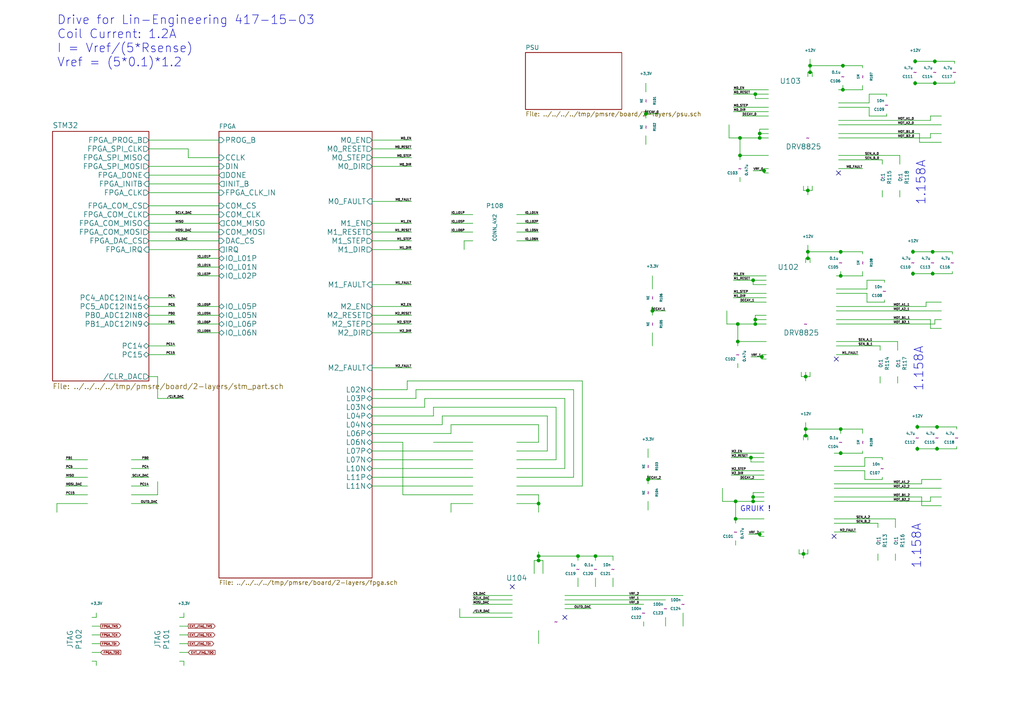
<source format=kicad_sch>
(kicad_sch (version 20230121) (generator eeschema)
  (paper "A4")
  (title_block (date "2 feb 2015"))
  (junction (at 219.075 27.305))
  (junction (at 220.345 154.94))
  (junction (at 156.21 162.56))
  (junction (at 234.315 74.93))
  (junction (at 271.145 17.78))
  (junction (at 189.23 90.17))
  (junction (at 213.995 93.98))
  (junction (at 214.63 45.085))
  (junction (at 244.475 19.05))
  (junction (at 233.045 160.655))
  (junction (at 265.43 17.78))
  (junction (at 234.95 19.05))
  (junction (at 214.63 40.005))
  (junction (at 218.44 145.415))
  (junction (at 219.075 92.71))
  (junction (at 244.475 26.035))
  (junction (at 218.44 81.28))
  (junction (at 243.84 73.025))
  (junction (at 167.64 161.29))
  (junction (at 233.68 124.46))
  (junction (at 234.315 55.245))
  (junction (at 172.72 161.29))
  (junction (at 271.78 123.825))
  (junction (at 271.78 130.175))
  (junction (at 266.065 123.825))
  (junction (at 233.68 126.365))
  (junction (at 221.615 49.53))
  (junction (at 265.43 24.13))
  (junction (at 220.98 103.505))
  (junction (at 156.21 161.29))
  (junction (at 234.95 20.955))
  (junction (at 243.84 80.01))
  (junction (at 213.995 99.06))
  (junction (at 219.075 93.98))
  (junction (at 243.84 124.46))
  (junction (at 218.44 144.145))
  (junction (at 264.795 79.375))
  (junction (at 220.345 40.005))
  (junction (at 156.21 146.05))
  (junction (at 270.51 79.375))
  (junction (at 217.805 132.715))
  (junction (at 213.36 150.495))
  (junction (at 187.96 139.065))
  (junction (at 271.145 24.13))
  (junction (at 220.345 38.735))
  (junction (at 243.84 131.445))
  (junction (at 234.315 73.025))
  (junction (at 233.68 109.22))
  (junction (at 264.795 73.025))
  (junction (at 266.065 130.175))
  (junction (at 187.325 33.02))
  (junction (at 213.36 145.415))
  (junction (at 270.51 73.025))
  (no_connect (at 163.83 179.07))
  (no_connect (at 241.935 155.575))
  (no_connect (at 243.205 50.165))
  (no_connect (at 242.57 104.14))
  (no_connect (at 148.59 170.18))
  (wire (pts (xy 242.57 90.17) (xy 273.05 90.17)))
  (wire (pts (xy 233.68 109.22) (xy 234.95 109.22)))
  (wire (pts (xy 63.5 50.8) (xy 43.18 50.8)))
  (wire (pts (xy 255.905 46.355) (xy 255.905 47.625)))
  (wire (pts (xy 213.995 99.06) (xy 213.995 100.33)))
  (wire (pts (xy 222.885 32.385) (xy 212.725 32.385)))
  (wire (pts (xy 234.95 19.05) (xy 234.95 20.955)))
  (wire (pts (xy 26.67 191.77) (xy 27.94 191.77)))
  (wire (pts (xy 221.615 49.53) (xy 218.44 49.53)))
  (wire (pts (xy 243.84 124.46) (xy 243.84 125.73)))
  (wire (pts (xy 222.25 102.87) (xy 220.98 102.87)))
  (wire (pts (xy 27.94 179.07) (xy 26.67 179.07)))
  (wire (pts (xy 251.46 83.82) (xy 251.46 81.28)))
  (wire (pts (xy 43.18 102.87) (xy 50.8 102.87)))
  (wire (pts (xy 214.63 45.085) (xy 222.885 45.085)))
  (wire (pts (xy 222.885 38.735) (xy 220.345 38.735)))
  (wire (pts (xy 260.35 109.22) (xy 260.35 111.125)))
  (wire (pts (xy 177.8 167.64) (xy 177.8 170.18)))
  (wire (pts (xy 271.145 92.71) (xy 273.05 92.71)))
  (wire (pts (xy 264.795 79.375) (xy 270.51 79.375)))
  (wire (pts (xy 107.95 138.43) (xy 137.16 138.43)))
  (wire (pts (xy 243.205 40.005) (xy 269.875 40.005)))
  (wire (pts (xy 270.51 79.375) (xy 270.51 78.74)))
  (wire (pts (xy 158.75 130.81) (xy 149.86 130.81)))
  (wire (pts (xy 243.84 73.025) (xy 250.19 73.025)))
  (wire (pts (xy 243.205 38.735) (xy 266.7 38.735)))
  (wire (pts (xy 234.95 17.145) (xy 234.95 19.05)))
  (wire (pts (xy 221.615 50.165) (xy 222.885 50.165)))
  (wire (pts (xy 222.885 27.305) (xy 219.075 27.305)))
  (wire (pts (xy 269.875 145.415) (xy 269.875 144.145)))
  (wire (pts (xy 107.95 133.35) (xy 137.16 133.35)))
  (wire (pts (xy 198.12 177.8) (xy 198.12 181.61)))
  (wire (pts (xy 107.95 48.26) (xy 119.38 48.26)))
  (wire (pts (xy 43.18 48.26) (xy 63.5 48.26)))
  (wire (pts (xy 243.205 46.355) (xy 255.905 46.355)))
  (wire (pts (xy 234.315 160.655) (xy 234.315 159.385)))
  (wire (pts (xy 217.805 133.985) (xy 221.615 133.985)))
  (wire (pts (xy 119.38 69.85) (xy 107.95 69.85)))
  (wire (pts (xy 260.35 99.06) (xy 260.35 101.6)))
  (wire (pts (xy 234.95 20.955) (xy 234.315 20.955)))
  (wire (pts (xy 163.83 173.99) (xy 193.04 173.99)))
  (wire (pts (xy 26.67 189.23) (xy 29.21 189.23)))
  (wire (pts (xy 45.72 109.22) (xy 45.72 115.57)))
  (wire (pts (xy 252.095 33.655) (xy 257.175 33.655)))
  (wire (pts (xy 250.19 80.01) (xy 250.19 78.74)))
  (wire (pts (xy 163.83 115.57) (xy 163.83 135.89)))
  (wire (pts (xy 158.75 120.65) (xy 158.75 130.81)))
  (wire (pts (xy 242.57 85.09) (xy 251.46 85.09)))
  (wire (pts (xy 210.82 93.98) (xy 213.995 93.98)))
  (wire (pts (xy 133.35 176.53) (xy 133.35 179.07)))
  (wire (pts (xy 167.64 161.29) (xy 172.72 161.29)))
  (wire (pts (xy 149.86 64.77) (xy 156.21 64.77)))
  (wire (pts (xy 222.25 81.28) (xy 218.44 81.28)))
  (wire (pts (xy 107.95 140.97) (xy 137.16 140.97)))
  (wire (pts (xy 212.09 131.445) (xy 221.615 131.445)))
  (wire (pts (xy 53.34 179.07) (xy 53.34 177.8)))
  (wire (pts (xy 63.5 93.98) (xy 57.15 93.98)))
  (wire (pts (xy 154.94 162.56) (xy 154.94 166.37)))
  (wire (pts (xy 123.19 115.57) (xy 163.83 115.57)))
  (wire (pts (xy 52.07 179.07) (xy 53.34 179.07)))
  (wire (pts (xy 234.315 71.12) (xy 234.315 73.025)))
  (wire (pts (xy 156.21 161.29) (xy 156.21 162.56)))
  (wire (pts (xy 243.84 80.01) (xy 250.19 80.01)))
  (wire (pts (xy 243.205 45.085) (xy 260.985 45.085)))
  (wire (pts (xy 218.44 81.28) (xy 212.725 81.28)))
  (wire (pts (xy 148.59 172.72) (xy 137.16 172.72)))
  (wire (pts (xy 269.875 40.005) (xy 269.875 38.735)))
  (wire (pts (xy 38.1 135.89) (xy 43.18 135.89)))
  (wire (pts (xy 54.61 189.23) (xy 52.07 189.23)))
  (wire (pts (xy 234.315 20.955) (xy 234.315 22.225)))
  (wire (pts (xy 116.84 128.27) (xy 116.84 143.51)))
  (wire (pts (xy 256.54 81.28) (xy 256.54 81.915)))
  (wire (pts (xy 276.86 17.78) (xy 276.86 18.415)))
  (wire (pts (xy 232.41 107.95) (xy 232.41 109.22)))
  (wire (pts (xy 255.905 132.715) (xy 255.905 133.35)))
  (wire (pts (xy 161.29 118.11) (xy 161.29 133.35)))
  (wire (pts (xy 38.1 133.35) (xy 43.18 133.35)))
  (wire (pts (xy 187.96 137.795) (xy 187.96 139.065)))
  (wire (pts (xy 193.04 179.07) (xy 193.04 181.61)))
  (wire (pts (xy 213.36 145.415) (xy 218.44 145.415)))
  (wire (pts (xy 269.875 33.655) (xy 273.05 33.655)))
  (wire (pts (xy 222.885 48.895) (xy 221.615 48.895)))
  (wire (pts (xy 168.91 110.49) (xy 168.91 140.97)))
  (wire (pts (xy 255.905 139.065) (xy 255.905 138.43)))
  (wire (pts (xy 156.21 143.51) (xy 156.21 146.05)))
  (wire (pts (xy 252.095 27.305) (xy 257.175 27.305)))
  (wire (pts (xy 154.94 162.56) (xy 156.21 162.56)))
  (wire (pts (xy 156.21 146.05) (xy 156.21 148.59)))
  (wire (pts (xy 118.11 110.49) (xy 168.91 110.49)))
  (wire (pts (xy 234.315 74.93) (xy 233.68 74.93)))
  (wire (pts (xy 38.1 138.43) (xy 43.18 138.43)))
  (wire (pts (xy 265.43 23.495) (xy 265.43 24.13)))
  (wire (pts (xy 43.18 40.64) (xy 63.5 40.64)))
  (wire (pts (xy 241.935 151.765) (xy 254.635 151.765)))
  (wire (pts (xy 218.44 145.415) (xy 221.615 145.415)))
  (wire (pts (xy 186.69 180.34) (xy 186.69 181.61)))
  (wire (pts (xy 107.95 58.42) (xy 119.38 58.42)))
  (wire (pts (xy 187.325 24.13) (xy 187.325 26.67)))
  (wire (pts (xy 107.95 125.73) (xy 130.81 125.73)))
  (wire (pts (xy 268.605 88.9) (xy 268.605 87.63)))
  (wire (pts (xy 221.615 137.795) (xy 212.09 137.795)))
  (wire (pts (xy 234.315 53.975) (xy 234.315 55.245)))
  (wire (pts (xy 214.63 45.085) (xy 214.63 46.355)))
  (wire (pts (xy 218.44 82.55) (xy 222.25 82.55)))
  (wire (pts (xy 242.57 100.33) (xy 255.27 100.33)))
  (wire (pts (xy 218.44 81.28) (xy 218.44 82.55)))
  (wire (pts (xy 241.935 140.335) (xy 267.335 140.335)))
  (wire (pts (xy 214.63 51.435) (xy 214.63 52.705)))
  (wire (pts (xy 266.065 130.175) (xy 271.78 130.175)))
  (wire (pts (xy 222.885 31.115) (xy 212.725 31.115)))
  (wire (pts (xy 256.54 87.63) (xy 256.54 86.995)))
  (wire (pts (xy 25.4 140.97) (xy 19.05 140.97)))
  (wire (pts (xy 270.51 79.375) (xy 276.225 79.375)))
  (wire (pts (xy 252.095 29.845) (xy 252.095 27.305)))
  (wire (pts (xy 264.795 79.375) (xy 264.795 80.01)))
  (wire (pts (xy 233.045 159.385) (xy 233.045 160.655)))
  (wire (pts (xy 189.23 80.01) (xy 189.23 83.82)))
  (wire (pts (xy 119.38 96.52) (xy 107.95 96.52)))
  (wire (pts (xy 244.475 19.685) (xy 244.475 19.05)))
  (wire (pts (xy 63.5 77.47) (xy 57.15 77.47)))
  (wire (pts (xy 137.16 67.31) (xy 130.81 67.31)))
  (wire (pts (xy 213.995 105.41) (xy 213.995 106.68)))
  (wire (pts (xy 130.81 125.73) (xy 130.81 123.19)))
  (wire (pts (xy 214.63 40.005) (xy 214.63 45.085)))
  (wire (pts (xy 233.045 160.655) (xy 233.045 161.925)))
  (wire (pts (xy 54.61 181.61) (xy 52.07 181.61)))
  (wire (pts (xy 137.16 69.85) (xy 134.62 69.85)))
  (wire (pts (xy 219.075 28.575) (xy 222.885 28.575)))
  (wire (pts (xy 269.875 92.71) (xy 269.875 95.25)))
  (wire (pts (xy 241.935 154.305) (xy 248.285 154.305)))
  (wire (pts (xy 53.34 191.77) (xy 52.07 191.77)))
  (wire (pts (xy 107.95 123.19) (xy 128.27 123.19)))
  (wire (pts (xy 221.615 49.53) (xy 221.615 50.165)))
  (wire (pts (xy 45.72 139.7) (xy 45.72 143.51)))
  (wire (pts (xy 156.21 160.02) (xy 156.21 161.29)))
  (wire (pts (xy 38.1 140.97) (xy 43.18 140.97)))
  (wire (pts (xy 231.775 159.385) (xy 231.775 160.655)))
  (wire (pts (xy 267.335 146.685) (xy 273.05 146.685)))
  (wire (pts (xy 233.045 160.655) (xy 234.315 160.655)))
  (wire (pts (xy 157.48 162.56) (xy 157.48 166.37)))
  (wire (pts (xy 266.065 123.19) (xy 266.065 123.825)))
  (wire (pts (xy 128.27 123.19) (xy 128.27 120.65)))
  (wire (pts (xy 119.38 91.44) (xy 107.95 91.44)))
  (wire (pts (xy 220.98 103.505) (xy 217.805 103.505)))
  (wire (pts (xy 252.095 31.115) (xy 252.095 33.655)))
  (wire (pts (xy 267.335 144.145) (xy 267.335 146.685)))
  (wire (pts (xy 242.57 93.98) (xy 271.145 93.98)))
  (wire (pts (xy 63.5 80.01) (xy 57.15 80.01)))
  (wire (pts (xy 43.18 55.88) (xy 63.5 55.88)))
  (wire (pts (xy 220.345 154.94) (xy 220.345 155.575)))
  (wire (pts (xy 266.7 41.275) (xy 266.7 38.735)))
  (wire (pts (xy 54.61 186.69) (xy 52.07 186.69)))
  (wire (pts (xy 271.145 93.98) (xy 271.145 92.71)))
  (wire (pts (xy 220.98 103.505) (xy 220.98 104.14)))
  (wire (pts (xy 213.995 93.98) (xy 219.075 93.98)))
  (wire (pts (xy 217.805 132.715) (xy 217.805 133.985)))
  (wire (pts (xy 242.57 88.9) (xy 268.605 88.9)))
  (wire (pts (xy 250.19 19.05) (xy 250.19 19.685)))
  (wire (pts (xy 163.83 176.53) (xy 171.45 176.53)))
  (wire (pts (xy 163.83 135.89) (xy 149.86 135.89)))
  (wire (pts (xy 220.345 40.005) (xy 222.885 40.005)))
  (wire (pts (xy 251.46 87.63) (xy 256.54 87.63)))
  (wire (pts (xy 220.98 104.14) (xy 222.25 104.14)))
  (wire (pts (xy 219.075 93.98) (xy 222.25 93.98)))
  (wire (pts (xy 130.81 123.19) (xy 156.21 123.19)))
  (wire (pts (xy 53.34 193.04) (xy 53.34 191.77)))
  (wire (pts (xy 243.84 131.445) (xy 250.19 131.445)))
  (wire (pts (xy 270.51 73.025) (xy 270.51 73.66)))
  (wire (pts (xy 43.18 109.22) (xy 45.72 109.22)))
  (wire (pts (xy 38.1 146.05) (xy 45.72 146.05)))
  (wire (pts (xy 271.145 17.78) (xy 271.145 18.415)))
  (wire (pts (xy 119.38 82.55) (xy 107.95 82.55)))
  (wire (pts (xy 250.19 131.445) (xy 250.19 130.81)))
  (wire (pts (xy 241.935 135.255) (xy 250.825 135.255)))
  (wire (pts (xy 243.84 131.445) (xy 243.84 130.81)))
  (wire (pts (xy 130.81 146.05) (xy 137.16 146.05)))
  (wire (pts (xy 244.475 26.035) (xy 250.19 26.035)))
  (wire (pts (xy 107.95 45.72) (xy 119.38 45.72)))
  (wire (pts (xy 264.795 72.39) (xy 264.795 73.025)))
  (wire (pts (xy 242.57 102.87) (xy 248.92 102.87)))
  (wire (pts (xy 45.72 143.51) (xy 38.1 143.51)))
  (wire (pts (xy 271.145 24.13) (xy 276.86 24.13)))
  (wire (pts (xy 213.995 93.98) (xy 213.995 99.06)))
  (wire (pts (xy 166.37 113.03) (xy 166.37 138.43)))
  (wire (pts (xy 137.16 62.23) (xy 130.81 62.23)))
  (wire (pts (xy 222.885 37.465) (xy 220.345 37.465)))
  (wire (pts (xy 177.8 161.29) (xy 177.8 162.56)))
  (wire (pts (xy 137.16 64.77) (xy 130.81 64.77)))
  (wire (pts (xy 43.18 69.85) (xy 63.5 69.85)))
  (wire (pts (xy 211.455 36.195) (xy 211.455 40.005)))
  (wire (pts (xy 266.065 123.825) (xy 266.065 124.46)))
  (wire (pts (xy 16.51 146.05) (xy 16.51 148.59)))
  (wire (pts (xy 220.345 154.305) (xy 220.345 154.94)))
  (wire (pts (xy 243.205 26.035) (xy 244.475 26.035)))
  (wire (pts (xy 276.225 79.375) (xy 276.225 78.74)))
  (wire (pts (xy 214.63 40.005) (xy 220.345 40.005)))
  (wire (pts (xy 172.72 161.29) (xy 172.72 162.56)))
  (wire (pts (xy 241.935 145.415) (xy 269.875 145.415)))
  (wire (pts (xy 43.18 93.98) (xy 50.8 93.98)))
  (wire (pts (xy 128.27 120.65) (xy 158.75 120.65)))
  (wire (pts (xy 123.19 118.11) (xy 123.19 115.57)))
  (wire (pts (xy 259.715 150.495) (xy 259.715 153.035)))
  (wire (pts (xy 118.11 113.03) (xy 118.11 110.49)))
  (wire (pts (xy 266.065 129.54) (xy 266.065 130.175)))
  (wire (pts (xy 265.43 17.145) (xy 265.43 17.78)))
  (wire (pts (xy 269.875 144.145) (xy 273.05 144.145)))
  (wire (pts (xy 149.86 143.51) (xy 156.21 143.51)))
  (wire (pts (xy 264.795 78.74) (xy 264.795 79.375)))
  (wire (pts (xy 271.145 24.13) (xy 271.145 23.495)))
  (wire (pts (xy 219.075 27.305) (xy 219.075 28.575)))
  (wire (pts (xy 250.825 136.525) (xy 250.825 139.065)))
  (wire (pts (xy 148.59 173.99) (xy 137.16 173.99)))
  (wire (pts (xy 234.315 55.245) (xy 234.315 56.515)))
  (wire (pts (xy 271.78 130.175) (xy 277.495 130.175)))
  (wire (pts (xy 233.045 126.365) (xy 233.045 127.635)))
  (wire (pts (xy 219.075 92.71) (xy 219.075 93.98)))
  (wire (pts (xy 213.995 99.06) (xy 222.25 99.06)))
  (wire (pts (xy 26.67 184.15) (xy 29.21 184.15)))
  (wire (pts (xy 172.72 167.64) (xy 172.72 170.18)))
  (wire (pts (xy 26.67 186.69) (xy 29.21 186.69)))
  (wire (pts (xy 269.875 95.25) (xy 273.05 95.25)))
  (wire (pts (xy 276.225 73.025) (xy 276.225 73.66)))
  (wire (pts (xy 255.905 55.245) (xy 255.905 57.15)))
  (wire (pts (xy 119.38 64.77) (xy 107.95 64.77)))
  (wire (pts (xy 241.935 136.525) (xy 250.825 136.525)))
  (wire (pts (xy 242.57 80.01) (xy 243.84 80.01)))
  (wire (pts (xy 222.25 86.36) (xy 212.725 86.36)))
  (wire (pts (xy 189.23 90.17) (xy 193.04 90.17)))
  (wire (pts (xy 43.18 59.69) (xy 63.5 59.69)))
  (wire (pts (xy 25.4 146.05) (xy 16.51 146.05)))
  (wire (pts (xy 107.95 120.65) (xy 125.73 120.65)))
  (wire (pts (xy 243.205 36.195) (xy 273.05 36.195)))
  (wire (pts (xy 243.205 34.925) (xy 269.875 34.925)))
  (wire (pts (xy 243.84 78.74) (xy 243.84 80.01)))
  (wire (pts (xy 243.84 73.66) (xy 243.84 73.025)))
  (wire (pts (xy 119.38 67.31) (xy 107.95 67.31)))
  (wire (pts (xy 233.045 55.245) (xy 234.315 55.245)))
  (wire (pts (xy 233.68 107.95) (xy 233.68 109.22)))
  (wire (pts (xy 125.73 120.65) (xy 125.73 118.11)))
  (wire (pts (xy 43.18 86.36) (xy 50.8 86.36)))
  (wire (pts (xy 265.43 24.13) (xy 271.145 24.13)))
  (wire (pts (xy 276.86 24.13) (xy 276.86 23.495)))
  (wire (pts (xy 250.19 26.035) (xy 250.19 24.765)))
  (wire (pts (xy 222.25 92.71) (xy 219.075 92.71)))
  (wire (pts (xy 222.885 26.035) (xy 212.725 26.035)))
  (wire (pts (xy 63.5 72.39) (xy 43.18 72.39)))
  (wire (pts (xy 149.86 146.05) (xy 156.21 146.05)))
  (wire (pts (xy 260.985 45.085) (xy 260.985 47.625)))
  (wire (pts (xy 43.18 64.77) (xy 63.5 64.77)))
  (wire (pts (xy 107.95 135.89) (xy 137.16 135.89)))
  (wire (pts (xy 234.315 73.025) (xy 243.84 73.025)))
  (wire (pts (xy 250.19 73.025) (xy 250.19 73.66)))
  (wire (pts (xy 265.43 17.78) (xy 271.145 17.78)))
  (wire (pts (xy 26.67 181.61) (xy 29.21 181.61)))
  (wire (pts (xy 148.59 175.26) (xy 137.16 175.26)))
  (wire (pts (xy 43.18 91.44) (xy 50.8 91.44)))
  (wire (pts (xy 211.455 40.005) (xy 214.63 40.005)))
  (wire (pts (xy 273.05 41.275) (xy 266.7 41.275)))
  (wire (pts (xy 271.78 130.175) (xy 271.78 129.54)))
  (wire (pts (xy 233.68 124.46) (xy 233.68 126.365)))
  (wire (pts (xy 234.95 74.93) (xy 234.95 76.2)))
  (wire (pts (xy 265.43 24.13) (xy 265.43 24.765)))
  (wire (pts (xy 242.57 83.82) (xy 251.46 83.82)))
  (wire (pts (xy 233.68 109.22) (xy 233.68 110.49)))
  (wire (pts (xy 271.78 123.825) (xy 271.78 124.46)))
  (wire (pts (xy 220.345 154.94) (xy 217.17 154.94)))
  (wire (pts (xy 187.325 33.02) (xy 187.325 34.29)))
  (wire (pts (xy 134.62 69.85) (xy 134.62 72.39)))
  (wire (pts (xy 45.72 115.57) (xy 53.34 115.57)))
  (wire (pts (xy 271.78 123.825) (xy 277.495 123.825)))
  (wire (pts (xy 220.98 102.87) (xy 220.98 103.505)))
  (wire (pts (xy 250.825 135.255) (xy 250.825 132.715)))
  (wire (pts (xy 222.25 87.63) (xy 214.63 87.63)))
  (wire (pts (xy 189.23 90.17) (xy 189.23 91.44)))
  (wire (pts (xy 120.65 113.03) (xy 166.37 113.03)))
  (wire (pts (xy 218.44 142.875) (xy 218.44 144.145)))
  (wire (pts (xy 54.61 45.72) (xy 63.5 45.72)))
  (wire (pts (xy 130.81 146.05) (xy 130.81 148.59)))
  (wire (pts (xy 234.315 55.245) (xy 235.585 55.245)))
  (wire (pts (xy 167.64 162.56) (xy 167.64 161.29)))
  (wire (pts (xy 235.585 20.955) (xy 235.585 22.225)))
  (wire (pts (xy 187.96 139.065) (xy 187.96 140.335)))
  (wire (pts (xy 233.68 124.46) (xy 243.84 124.46)))
  (wire (pts (xy 213.36 156.845) (xy 213.36 158.115)))
  (wire (pts (xy 107.95 118.11) (xy 123.19 118.11)))
  (wire (pts (xy 149.86 69.85) (xy 156.21 69.85)))
  (wire (pts (xy 269.875 34.925) (xy 269.875 33.655)))
  (wire (pts (xy 168.91 140.97) (xy 149.86 140.97)))
  (wire (pts (xy 254.635 160.655) (xy 254.635 162.56)))
  (wire (pts (xy 235.585 55.245) (xy 235.585 53.975)))
  (wire (pts (xy 235.585 20.955) (xy 234.95 20.955)))
  (wire (pts (xy 243.84 124.46) (xy 250.19 124.46)))
  (wire (pts (xy 234.315 126.365) (xy 234.315 127.635)))
  (wire (pts (xy 242.57 92.71) (xy 269.875 92.71)))
  (wire (pts (xy 43.18 62.23) (xy 63.5 62.23)))
  (wire (pts (xy 266.065 123.825) (xy 271.78 123.825)))
  (wire (pts (xy 210.82 90.17) (xy 210.82 93.98)))
  (wire (pts (xy 25.4 143.51) (xy 19.05 143.51)))
  (wire (pts (xy 107.95 113.03) (xy 118.11 113.03)))
  (wire (pts (xy 232.41 109.22) (xy 233.68 109.22)))
  (wire (pts (xy 212.725 80.01) (xy 222.25 80.01)))
  (wire (pts (xy 119.38 106.68) (xy 107.95 106.68)))
  (wire (pts (xy 217.805 132.715) (xy 212.09 132.715)))
  (wire (pts (xy 234.95 74.93) (xy 234.315 74.93)))
  (wire (pts (xy 25.4 135.89) (xy 19.05 135.89)))
  (wire (pts (xy 234.315 73.025) (xy 234.315 74.93)))
  (wire (pts (xy 119.38 88.9) (xy 107.95 88.9)))
  (wire (pts (xy 125.73 128.27) (xy 137.16 128.27)))
  (wire (pts (xy 54.61 43.18) (xy 54.61 45.72)))
  (wire (pts (xy 234.95 19.05) (xy 244.475 19.05)))
  (wire (pts (xy 243.205 31.115) (xy 252.095 31.115)))
  (wire (pts (xy 233.045 53.975) (xy 233.045 55.245)))
  (wire (pts (xy 250.825 132.715) (xy 255.905 132.715)))
  (wire (pts (xy 257.175 27.305) (xy 257.175 27.94)))
  (wire (pts (xy 156.21 162.56) (xy 157.48 162.56)))
  (wire (pts (xy 125.73 118.11) (xy 161.29 118.11)))
  (wire (pts (xy 241.935 131.445) (xy 243.84 131.445)))
  (wire (pts (xy 221.615 136.525) (xy 212.09 136.525)))
  (wire (pts (xy 149.86 67.31) (xy 156.21 67.31)))
  (wire (pts (xy 163.83 175.26) (xy 186.69 175.26)))
  (wire (pts (xy 209.55 145.415) (xy 213.36 145.415)))
  (wire (pts (xy 107.95 115.57) (xy 120.65 115.57)))
  (wire (pts (xy 189.23 88.9) (xy 189.23 90.17)))
  (wire (pts (xy 255.27 109.22) (xy 255.27 111.125)))
  (wire (pts (xy 251.46 81.28) (xy 256.54 81.28)))
  (wire (pts (xy 264.795 73.025) (xy 270.51 73.025)))
  (wire (pts (xy 267.335 140.335) (xy 267.335 139.065)))
  (wire (pts (xy 148.59 177.8) (xy 137.16 177.8)))
  (wire (pts (xy 161.29 133.35) (xy 149.86 133.35)))
  (wire (pts (xy 187.325 39.37) (xy 187.325 41.91)))
  (wire (pts (xy 257.175 33.655) (xy 257.175 33.02)))
  (wire (pts (xy 209.55 141.605) (xy 209.55 145.415)))
  (wire (pts (xy 156.21 123.19) (xy 156.21 128.27)))
  (wire (pts (xy 166.37 138.43) (xy 149.86 138.43)))
  (wire (pts (xy 231.775 160.655) (xy 233.045 160.655)))
  (wire (pts (xy 221.615 142.875) (xy 218.44 142.875)))
  (wire (pts (xy 222.885 33.655) (xy 215.265 33.655)))
  (wire (pts (xy 234.95 109.22) (xy 234.95 107.95)))
  (wire (pts (xy 213.36 150.495) (xy 221.615 150.495)))
  (wire (pts (xy 218.44 144.145) (xy 218.44 145.415)))
  (wire (pts (xy 107.95 43.18) (xy 119.38 43.18)))
  (wire (pts (xy 219.075 27.305) (xy 212.725 27.305)))
  (wire (pts (xy 251.46 85.09) (xy 251.46 87.63)))
  (wire (pts (xy 233.68 74.93) (xy 233.68 76.2)))
  (wire (pts (xy 63.5 91.44) (xy 57.15 91.44)))
  (wire (pts (xy 187.325 31.75) (xy 187.325 33.02)))
  (wire (pts (xy 277.495 123.825) (xy 277.495 124.46)))
  (wire (pts (xy 254.635 151.765) (xy 254.635 153.035)))
  (wire (pts (xy 241.935 141.605) (xy 273.05 141.605)))
  (wire (pts (xy 63.5 53.34) (xy 43.18 53.34)))
  (wire (pts (xy 220.345 155.575) (xy 221.615 155.575)))
  (wire (pts (xy 267.335 139.065) (xy 273.05 139.065)))
  (wire (pts (xy 233.68 126.365) (xy 233.045 126.365)))
  (wire (pts (xy 270.51 73.025) (xy 276.225 73.025)))
  (wire (pts (xy 27.94 191.77) (xy 27.94 193.04)))
  (wire (pts (xy 63.5 74.93) (xy 57.15 74.93)))
  (wire (pts (xy 242.57 99.06) (xy 260.35 99.06)))
  (wire (pts (xy 250.19 124.46) (xy 250.19 125.73)))
  (wire (pts (xy 213.36 145.415) (xy 213.36 150.495)))
  (wire (pts (xy 250.825 139.065) (xy 255.905 139.065)))
  (wire (pts (xy 241.935 144.145) (xy 267.335 144.145)))
  (wire (pts (xy 63.5 96.52) (xy 57.15 96.52)))
  (wire (pts (xy 234.315 126.365) (xy 233.68 126.365)))
  (wire (pts (xy 221.615 154.305) (xy 220.345 154.305)))
  (wire (pts (xy 265.43 17.78) (xy 265.43 18.415)))
  (wire (pts (xy 119.38 93.98) (xy 107.95 93.98)))
  (wire (pts (xy 269.875 38.735) (xy 273.05 38.735)))
  (wire (pts (xy 187.96 139.065) (xy 191.77 139.065)))
  (wire (pts (xy 63.5 88.9) (xy 57.15 88.9)))
  (wire (pts (xy 133.35 179.07) (xy 148.59 179.07)))
  (wire (pts (xy 172.72 161.29) (xy 177.8 161.29)))
  (wire (pts (xy 107.95 128.27) (xy 116.84 128.27)))
  (wire (pts (xy 222.25 85.09) (xy 212.725 85.09)))
  (wire (pts (xy 25.4 133.35) (xy 19.05 133.35)))
  (wire (pts (xy 54.61 184.15) (xy 52.07 184.15)))
  (wire (pts (xy 260.985 55.245) (xy 260.985 57.15)))
  (wire (pts (xy 255.27 100.33) (xy 255.27 101.6)))
  (wire (pts (xy 268.605 87.63) (xy 273.05 87.63)))
  (wire (pts (xy 187.96 130.175) (xy 187.96 132.715)))
  (wire (pts (xy 119.38 72.39) (xy 107.95 72.39)))
  (wire (pts (xy 43.18 100.33) (xy 50.8 100.33)))
  (wire (pts (xy 156.21 128.27) (xy 149.86 128.27)))
  (wire (pts (xy 149.86 62.23) (xy 156.21 62.23)))
  (wire (pts (xy 107.95 40.64) (xy 119.38 40.64)))
  (wire (pts (xy 259.715 160.655) (xy 259.715 162.56)))
  (wire (pts (xy 233.68 122.555) (xy 233.68 124.46)))
  (wire (pts (xy 43.18 43.18) (xy 54.61 43.18)))
  (wire (pts (xy 243.205 48.895) (xy 250.19 48.895)))
  (wire (pts (xy 187.96 145.415) (xy 187.96 147.955)))
  (wire (pts (xy 271.145 17.78) (xy 276.86 17.78)))
  (wire (pts (xy 221.615 139.065) (xy 214.63 139.065)))
  (wire (pts (xy 221.615 144.145) (xy 218.44 144.145)))
  (wire (pts (xy 241.935 150.495) (xy 259.715 150.495)))
  (wire (pts (xy 221.615 48.895) (xy 221.615 49.53)))
  (wire (pts (xy 219.075 91.44) (xy 219.075 92.71)))
  (wire (pts (xy 221.615 132.715) (xy 217.805 132.715)))
  (wire (pts (xy 156.21 161.29) (xy 167.64 161.29)))
  (wire (pts (xy 43.18 88.9) (xy 50.8 88.9)))
  (wire (pts (xy 277.495 130.175) (xy 277.495 129.54)))
  (wire (pts (xy 120.65 115.57) (xy 120.65 113.03)))
  (wire (pts (xy 244.475 19.05) (xy 250.19 19.05)))
  (wire (pts (xy 189.23 96.52) (xy 189.23 100.33)))
  (wire (pts (xy 266.065 130.175) (xy 266.065 130.81)))
  (wire (pts (xy 167.64 167.64) (xy 167.64 170.18)))
  (wire (pts (xy 107.95 130.81) (xy 137.16 130.81)))
  (wire (pts (xy 163.83 172.72) (xy 198.12 172.72)))
  (wire (pts (xy 156.21 182.88) (xy 156.21 186.69)))
  (wire (pts (xy 116.84 143.51) (xy 137.16 143.51)))
  (wire (pts (xy 220.345 37.465) (xy 220.345 38.735)))
  (wire (pts (xy 43.18 67.31) (xy 63.5 67.31)))
  (wire (pts (xy 220.345 38.735) (xy 220.345 40.005)))
  (wire (pts (xy 213.36 150.495) (xy 213.36 151.765)))
  (wire (pts (xy 244.475 24.765) (xy 244.475 26.035)))
  (wire (pts (xy 243.205 29.845) (xy 252.095 29.845)))
  (wire (pts (xy 25.4 138.43) (xy 19.05 138.43)))
  (wire (pts (xy 222.25 91.44) (xy 219.075 91.44)))
  (wire (pts (xy 264.795 73.025) (xy 264.795 73.66)))
  (wire (pts (xy 187.325 33.02) (xy 191.135 33.02)))
  (wire (pts (xy 27.94 177.8) (xy 27.94 179.07)))
  (text "1.158A" (at 267.97 113.665 90) (effects (font (size 2.54 2.54)) (justify left bottom)))
  (text "GRUIK !" (at 214.63 148.59 0) (effects (font (size 1.524 1.524)) (justify left bottom)))
  (text "1.158A" (at 267.335 165.1 90) (effects (font (size 2.54 2.54)) (justify left bottom)))
  (text "1.158A" (at 268.605 59.69 90) (effects (font (size 2.54 2.54)) (justify left bottom)))
  (text "Drive for Lin-Engineering 417-15-03\nCoil Current: 1.2A\nI = Vref/(5*Rsense)\nVref = (5*0.1)*1.2" (at 16.51 19.685 0) (effects (font (size 2.54 2.54)) (justify left bottom)))
  (label "SEN_B_0" (at 250.825 46.355 0) (effects (font (size 0.635 0.635))))
  (label "MOSI_DAC" (at 50.8 67.31 0) (effects (font (size 0.635 0.635))))
  (label "SEN_A_2" (at 248.285 150.495 0) (effects (font (size 0.635 0.635))))
  (label "IO_L05P" (at 130.81 64.77 0) (effects (font (size 0.635 0.635))))
  (label "M0_RESET" (at 212.725 27.305 0) (effects (font (size 0.635 0.635))))
  (label "MOT_B2_0" (at 260.35 40.005 0) (effects (font (size 0.635 0.635))))
  (label "PC4" (at 43.18 135.89 180) (effects (font (size 0.635 0.635))))
  (label "MOT_A1_0" (at 260.35 34.925 0) (effects (font (size 0.635 0.635))))
  (label "IO_L06N" (at 57.15 96.52 0) (effects (font (size 0.635 0.635))))
  (label "M0_DIR" (at 212.725 32.385 0) (effects (font (size 0.635 0.635))))
  (label "PC15" (at 19.05 143.51 0) (effects (font (size 0.635 0.635))))
  (label "M1_DIR" (at 212.725 86.36 0) (effects (font (size 0.635 0.635))))
  (label "M1_STEP" (at 119.38 69.85 180) (effects (font (size 0.635 0.635))))
  (label "M2_STEP" (at 119.38 93.98 180) (effects (font (size 0.635 0.635))))
  (label "IO_L01P" (at 57.15 74.93 0) (effects (font (size 0.635 0.635))))
  (label "IO_L02P" (at 156.21 64.77 180) (effects (font (size 0.635 0.635))))
  (label "M2_FAULT" (at 119.38 106.68 180) (effects (font (size 0.635 0.635))))
  (label "PC15" (at 50.8 102.87 180) (effects (font (size 0.635 0.635))))
  (label "IO_L02P" (at 57.15 80.01 0) (effects (font (size 0.635 0.635))))
  (label "M0_EN" (at 119.38 40.64 180) (effects (font (size 0.635 0.635))))
  (label "SCLK_DAC" (at 50.8 62.23 0) (effects (font (size 0.635 0.635))))
  (label "PC14" (at 50.8 100.33 180) (effects (font (size 0.635 0.635))))
  (label "M0_STEP" (at 119.38 45.72 180) (effects (font (size 0.635 0.635))))
  (label "DECAY_2" (at 191.77 139.065 180) (effects (font (size 0.635 0.635))))
  (label "MOT_B1_0" (at 260.35 38.735 0) (effects (font (size 0.635 0.635))))
  (label "IO_L01N" (at 57.15 77.47 0) (effects (font (size 0.635 0.635))))
  (label "DECAY_2" (at 214.63 139.065 0) (effects (font (size 0.635 0.635))))
  (label "PB0" (at 50.8 91.44 180) (effects (font (size 0.635 0.635))))
  (label "PC5" (at 19.05 135.89 0) (effects (font (size 0.635 0.635))))
  (label "MISO" (at 19.05 138.43 0) (effects (font (size 0.635 0.635))))
  (label "M2_EN" (at 212.09 131.445 0) (effects (font (size 0.635 0.635))))
  (label "M1_RESET" (at 119.38 67.31 180) (effects (font (size 0.635 0.635))))
  (label "SCLK_DAC" (at 43.18 138.43 180) (effects (font (size 0.635 0.635))))
  (label "M2_RESET" (at 119.38 91.44 180) (effects (font (size 0.635 0.635))))
  (label "M2_DIR" (at 119.38 96.52 180) (effects (font (size 0.635 0.635))))
  (label "DECAY_0" (at 191.135 33.02 180) (effects (font (size 0.635 0.635))))
  (label "IO_L05N" (at 57.15 91.44 0) (effects (font (size 0.635 0.635))))
  (label "M0_EN" (at 212.725 26.035 0) (effects (font (size 0.635 0.635))))
  (label "VRF_0" (at 218.44 49.53 0) (effects (font (size 0.635 0.635))))
  (label "M2_STEP" (at 212.09 136.525 0) (effects (font (size 0.635 0.635))))
  (label "IO_L01P" (at 130.81 62.23 0) (effects (font (size 0.635 0.635))))
  (label "VRF_1" (at 185.42 173.99 180) (effects (font (size 0.635 0.635))))
  (label "PB0" (at 43.18 133.35 180) (effects (font (size 0.635 0.635))))
  (label "M0_STEP" (at 212.725 31.115 0) (effects (font (size 0.635 0.635))))
  (label "M1_FAULT" (at 119.38 82.55 180) (effects (font (size 0.635 0.635))))
  (label "M0_RESET" (at 119.38 43.18 180) (effects (font (size 0.635 0.635))))
  (label "MOT_A2_0" (at 260.35 36.195 0) (effects (font (size 0.635 0.635))))
  (label "M2_DIR" (at 212.09 137.795 0) (effects (font (size 0.635 0.635))))
  (label "M2_RESET" (at 212.09 132.715 0) (effects (font (size 0.635 0.635))))
  (label "M1_EN" (at 212.725 80.01 0) (effects (font (size 0.635 0.635))))
  (label "DECAY_0" (at 215.265 33.655 0) (effects (font (size 0.635 0.635))))
  (label "IO_L06P" (at 57.15 93.98 0) (effects (font (size 0.635 0.635))))
  (label "PC5" (at 50.8 88.9 180) (effects (font (size 0.635 0.635))))
  (label "OUTD_DAC" (at 171.45 176.53 180) (effects (font (size 0.635 0.635))))
  (label "M2_FAULT" (at 248.285 154.305 180) (effects (font (size 0.635 0.635))))
  (label "OUTD_DAC" (at 45.72 146.05 180) (effects (font (size 0.635 0.635))))
  (label "PC4" (at 50.8 86.36 180) (effects (font (size 0.635 0.635))))
  (label "MOT_B2_1" (at 259.08 93.98 0) (effects (font (size 0.635 0.635))))
  (label "M1_DIR" (at 119.38 72.39 180) (effects (font (size 0.635 0.635))))
  (label "MOSI_DAC" (at 19.05 140.97 0) (effects (font (size 0.635 0.635))))
  (label "VRF_0" (at 185.42 175.26 180) (effects (font (size 0.635 0.635))))
  (label "DECAY_1" (at 214.63 87.63 0) (effects (font (size 0.635 0.635))))
  (label "M2_EN" (at 119.38 88.9 180) (effects (font (size 0.635 0.635))))
  (label "/CLR_DAC" (at 53.34 115.57 180) (effects (font (size 0.635 0.635))))
  (label "SEN_B_2" (at 248.285 151.765 0) (effects (font (size 0.635 0.635))))
  (label "MOT_B1_2" (at 259.08 144.145 0) (effects (font (size 0.635 0.635))))
  (label "MOT_B2_2" (at 259.08 145.415 0) (effects (font (size 0.635 0.635))))
  (label "IO_L06N" (at 156.21 69.85 180) (effects (font (size 0.635 0.635))))
  (label "M1_EN" (at 119.38 64.77 180) (effects (font (size 0.635 0.635))))
  (label "SEN_B_1" (at 248.92 100.33 0) (effects (font (size 0.635 0.635))))
  (label "SEN_A_0" (at 250.825 45.085 0) (effects (font (size 0.635 0.635))))
  (label "SCLK_DAC" (at 137.16 173.99 0) (effects (font (size 0.635 0.635))))
  (label "M0_FAULT" (at 119.38 58.42 180) (effects (font (size 0.635 0.635))))
  (label "M1_RESET" (at 212.725 81.28 0) (effects (font (size 0.635 0.635))))
  (label "MOT_A1_2" (at 259.08 140.335 0) (effects (font (size 0.635 0.635))))
  (label "M0_DIR" (at 119.38 48.26 180) (effects (font (size 0.635 0.635))))
  (label "IO_L05P" (at 57.15 88.9 0) (effects (font (size 0.635 0.635))))
  (label "/CLR_DAC" (at 137.16 177.8 0) (effects (font (size 0.635 0.635))))
  (label "IO_L05N" (at 156.21 67.31 180) (effects (font (size 0.635 0.635))))
  (label "SEN_A_1" (at 248.92 99.06 0) (effects (font (size 0.635 0.635))))
  (label "M1_STEP" (at 212.725 85.09 0) (effects (font (size 0.635 0.635))))
  (label "CS_DAC" (at 137.16 172.72 0) (effects (font (size 0.635 0.635))))
  (label "IO_L06P" (at 130.81 67.31 0) (effects (font (size 0.635 0.635))))
  (label "PB1" (at 50.8 93.98 180) (effects (font (size 0.635 0.635))))
  (label "MOT_A2_1" (at 259.08 90.17 0) (effects (font (size 0.635 0.635))))
  (label "MOT_A2_2" (at 259.08 141.605 0) (effects (font (size 0.635 0.635))))
  (label "MISO" (at 50.8 64.77 0) (effects (font (size 0.635 0.635))))
  (label "MOSI_DAC" (at 137.16 175.26 0) (effects (font (size 0.635 0.635))))
  (label "IO_L01N" (at 156.21 62.23 180) (effects (font (size 0.635 0.635))))
  (label "M0_FAULT" (at 250.19 48.895 180) (effects (font (size 0.635 0.635))))
  (label "DECAY_1" (at 193.04 90.17 180) (effects (font (size 0.635 0.635))))
  (label "MOT_A1_1" (at 259.08 88.9 0) (effects (font (size 0.635 0.635))))
  (label "MOT_B1_1" (at 259.08 92.71 0) (effects (font (size 0.635 0.635))))
  (label "M1_FAULT" (at 248.92 102.87 180) (effects (font (size 0.635 0.635))))
  (label "PC14" (at 43.18 140.97 180) (effects (font (size 0.635 0.635))))
  (label "VRF_2" (at 217.17 154.94 0) (effects (font (size 0.635 0.635))))
  (label "CS_DAC" (at 50.8 69.85 0) (effects (font (size 0.635 0.635))))
  (label "VRF_1" (at 217.805 103.505 0) (effects (font (size 0.635 0.635))))
  (label "PB1" (at 19.05 133.35 0) (effects (font (size 0.635 0.635))))
  (label "VRF_2" (at 185.42 172.72 180) (effects (font (size 0.635 0.635))))
  (global_label "EXT_JTAG_TDI" (shape output) (at 54.61 186.69 0) (effects (font (size 0.635 0.635))) (property "Intersheetrefs" "${INTERSHEET_REFS}" (effects hide)))
  (global_label "FPGA_TDI" (shape output) (at 29.21 186.69 0) (effects (font (size 0.635 0.635))) (property "Intersheetrefs" "${INTERSHEET_REFS}" (effects hide)))
  (global_label "EXT_JTAG_TCK" (shape output) (at 54.61 184.15 0) (effects (font (size 0.635 0.635))) (property "Intersheetrefs" "${INTERSHEET_REFS}" (effects hide)))
  (global_label "EXT_JTAG_TDO" (shape input) (at 54.61 189.23 0) (effects (font (size 0.635 0.635))) (property "Intersheetrefs" "${INTERSHEET_REFS}" (effects hide)))
  (global_label "FPGA_TDO" (shape input) (at 29.21 189.23 0) (effects (font (size 0.635 0.635))) (property "Intersheetrefs" "${INTERSHEET_REFS}" (effects hide)))
  (global_label "FPGA_TCK" (shape output) (at 29.21 184.15 0) (effects (font (size 0.635 0.635))) (property "Intersheetrefs" "${INTERSHEET_REFS}" (effects hide)))
  (global_label "FPGA_TMS" (shape output) (at 29.21 181.61 0) (effects (font (size 0.635 0.635))) (property "Intersheetrefs" "${INTERSHEET_REFS}" (effects hide)))
  (global_label "EXT_JTAG_TMS" (shape output) (at 54.61 181.61 0) (effects (font (size 0.635 0.635))) (property "Intersheetrefs" "${INTERSHEET_REFS}" (effects hide)))
  (symbol (lib_id "GND") (at 234.315 56.515 0) (unit 1)
    (property "Reference" "#PWR03" (effects hide))
    (property "Value" "GND" (effects hide))
  )
  (symbol (lib_id "CSMALL") (at 257.175 30.48 180) (unit 1)
    (property "Reference" "C109" (at 256.54 31.75 0) (effects (font (size 0.762 0.762)) (justify left)))
    (property "Value" "10n" (at 256.54 29.21 0) (effects (font (size 0.762 0.762)) (justify left)))
    (property "Footprint" "General_SMD:SM0603" (effects hide))
    (property "Datasheet" "~" (at 257.175 30.48 0) (effects (font (size 1.524 1.524))))
  )
  (symbol (lib_id "+12V") (at 234.95 17.145 0) (unit 1)
    (property "Reference" "#PWR04" (effects hide))
    (property "Value" "+12V" (at 234.95 14.605 0) (effects (font (size 0.762 0.762))))
  )
  (symbol (lib_id "CSMALL") (at 244.475 22.225 180) (unit 1)
    (property "Reference" "C106" (at 243.84 23.495 0) (effects (font (size 0.762 0.762)) (justify left)))
    (property "Value" "0.1u" (at 243.84 20.955 0) (effects (font (size 0.762 0.762)) (justify left)))
    (property "Footprint" "General_SMD:SM0603" (effects hide))
    (property "Datasheet" "~" (at 244.475 22.225 0) (effects (font (size 1.524 1.524))))
  )
  (symbol (lib_id "CSMALL") (at 214.63 48.895 180) (unit 1)
    (property "Reference" "C103" (at 213.995 50.165 0) (effects (font (size 0.762 0.762)) (justify left)))
    (property "Value" "0.47u" (at 216.535 47.625 90) (effects (font (size 0.762 0.762)) (justify left)))
    (property "Footprint" "General_SMD:SM0603" (effects hide))
    (property "Datasheet" "~" (at 214.63 48.895 0) (effects (font (size 1.524 1.524))))
  )
  (symbol (lib_id "GND") (at 214.63 52.705 0) (unit 1)
    (property "Reference" "#PWR05" (effects hide))
    (property "Value" "GND" (effects hide))
  )
  (symbol (lib_id "R") (at 255.905 51.435 0) (unit 1)
    (property "Reference" "R115" (at 257.937 51.435 90) (effects (font (size 1.016 1.016))))
    (property "Value" "0.1" (at 256.0828 51.4096 90) (effects (font (size 1.016 1.016))))
    (property "Footprint" "General_SMD:SM1206" (effects hide))
    (property "Datasheet" "~" (at 255.905 51.435 0) (effects (font (size 0.762 0.762))))
  )
  (symbol (lib_id "R") (at 260.985 51.435 0) (unit 1)
    (property "Reference" "R118" (at 263.017 51.435 90) (effects (font (size 1.016 1.016))))
    (property "Value" "0.1" (at 261.1628 51.4096 90) (effects (font (size 1.016 1.016))))
    (property "Footprint" "General_SMD:SM1206" (effects hide))
    (property "Datasheet" "~" (at 260.985 51.435 0) (effects (font (size 0.762 0.762))))
  )
  (symbol (lib_id "GND") (at 255.905 57.15 0) (unit 1)
    (property "Reference" "#PWR06" (effects hide))
    (property "Value" "GND" (effects hide))
  )
  (symbol (lib_id "GND") (at 260.985 57.15 0) (unit 1)
    (property "Reference" "#PWR07" (effects hide))
    (property "Value" "GND" (effects hide))
  )
  (symbol (lib_id "CSMALL") (at 265.43 20.955 180) (unit 1)
    (property "Reference" "C111" (at 264.795 22.225 0) (effects (font (size 0.762 0.762)) (justify left)))
    (property "Value" "4.7u" (at 264.795 19.685 0) (effects (font (size 0.762 0.762)) (justify left)))
    (property "Footprint" "General_SMD:SM0805" (effects hide))
    (property "Datasheet" "~" (at 265.43 20.955 0) (effects (font (size 1.524 1.524))))
  )
  (symbol (lib_id "CSMALL") (at 271.145 20.955 180) (unit 1)
    (property "Reference" "C114" (at 270.51 22.225 0) (effects (font (size 0.762 0.762)) (justify left)))
    (property "Value" "4.7u" (at 270.51 19.685 0) (effects (font (size 0.762 0.762)) (justify left)))
    (property "Footprint" "General_SMD:SM0805" (effects hide))
    (property "Datasheet" "~" (at 271.145 20.955 0) (effects (font (size 1.524 1.524))))
  )
  (symbol (lib_id "CSMALL") (at 276.86 20.955 180) (unit 1)
    (property "Reference" "C117" (at 276.225 22.225 0) (effects (font (size 0.762 0.762)) (justify left)))
    (property "Value" "4.7u" (at 276.225 19.685 0) (effects (font (size 0.762 0.762)) (justify left)))
    (property "Footprint" "General_SMD:SM0805" (effects hide))
    (property "Datasheet" "~" (at 276.86 20.955 0) (effects (font (size 1.524 1.524))))
  )
  (symbol (lib_id "+12V") (at 265.43 17.145 0) (unit 1)
    (property "Reference" "#PWR08" (effects hide))
    (property "Value" "+12V" (at 265.43 14.605 0) (effects (font (size 0.762 0.762))))
  )
  (symbol (lib_id "GND") (at 265.43 24.765 0) (unit 1)
    (property "Reference" "#PWR09" (effects hide))
    (property "Value" "GND" (effects hide))
  )
  (symbol (lib_id "DRV8825") (at 234.315 40.005 0) (unit 1)
    (property "Reference" "U103" (at 229.235 23.495 0) (effects (font (size 1.524 1.524))))
    (property "Value" "DRV8825" (at 233.045 42.545 0) (effects (font (size 1.524 1.524))))
    (property "Footprint" "SSOP:HTSSOP28_PowerPad" (effects hide))
    (property "Datasheet" "~" (at 234.315 40.005 0) (effects (font (size 1.524 1.524))))
  )
  (symbol (lib_id "GND") (at 233.68 110.49 0) (unit 1)
    (property "Reference" "#PWR010" (effects hide))
    (property "Value" "GND" (effects hide))
  )
  (symbol (lib_id "CSMALL") (at 256.54 84.455 180) (unit 1)
    (property "Reference" "C108" (at 255.905 85.725 0) (effects (font (size 0.762 0.762)) (justify left)))
    (property "Value" "10n" (at 255.905 83.185 0) (effects (font (size 0.762 0.762)) (justify left)))
    (property "Footprint" "General_SMD:SM0603" (effects hide))
    (property "Datasheet" "~" (at 256.54 84.455 0) (effects (font (size 1.524 1.524))))
  )
  (symbol (lib_id "+12V") (at 234.315 71.12 0) (unit 1)
    (property "Reference" "#PWR011" (effects hide))
    (property "Value" "+12V" (at 234.315 68.58 0) (effects (font (size 0.762 0.762))))
  )
  (symbol (lib_id "CSMALL") (at 243.84 76.2 180) (unit 1)
    (property "Reference" "C105" (at 243.205 77.47 0) (effects (font (size 0.762 0.762)) (justify left)))
    (property "Value" "0.1u" (at 243.205 74.93 0) (effects (font (size 0.762 0.762)) (justify left)))
    (property "Footprint" "General_SMD:SM0603" (effects hide))
    (property "Datasheet" "~" (at 243.84 76.2 0) (effects (font (size 1.524 1.524))))
  )
  (symbol (lib_id "CSMALL") (at 213.995 102.87 180) (unit 1)
    (property "Reference" "C102" (at 213.36 104.14 0) (effects (font (size 0.762 0.762)) (justify left)))
    (property "Value" "0.47u" (at 215.9 101.6 90) (effects (font (size 0.762 0.762)) (justify left)))
    (property "Footprint" "General_SMD:SM0603" (effects hide))
    (property "Datasheet" "~" (at 213.995 102.87 0) (effects (font (size 1.524 1.524))))
  )
  (symbol (lib_id "GND") (at 213.995 106.68 0) (unit 1)
    (property "Reference" "#PWR012" (effects hide))
    (property "Value" "GND" (effects hide))
  )
  (symbol (lib_id "R") (at 255.27 105.41 0) (unit 1)
    (property "Reference" "R114" (at 257.302 105.41 90) (effects (font (size 1.016 1.016))))
    (property "Value" "0.1" (at 255.4478 105.3846 90) (effects (font (size 1.016 1.016))))
    (property "Footprint" "General_SMD:SM1206" (effects hide))
    (property "Datasheet" "~" (at 255.27 105.41 0) (effects (font (size 0.762 0.762))))
  )
  (symbol (lib_id "R") (at 260.35 105.41 0) (unit 1)
    (property "Reference" "R117" (at 262.382 105.41 90) (effects (font (size 1.016 1.016))))
    (property "Value" "0.1" (at 260.5278 105.3846 90) (effects (font (size 1.016 1.016))))
    (property "Footprint" "General_SMD:SM1206" (effects hide))
    (property "Datasheet" "~" (at 260.35 105.41 0) (effects (font (size 0.762 0.762))))
  )
  (symbol (lib_id "GND") (at 255.27 111.125 0) (unit 1)
    (property "Reference" "#PWR013" (effects hide))
    (property "Value" "GND" (effects hide))
  )
  (symbol (lib_id "GND") (at 260.35 111.125 0) (unit 1)
    (property "Reference" "#PWR014" (effects hide))
    (property "Value" "GND" (effects hide))
  )
  (symbol (lib_id "CSMALL") (at 264.795 76.2 180) (unit 1)
    (property "Reference" "C110" (at 264.16 77.47 0) (effects (font (size 0.762 0.762)) (justify left)))
    (property "Value" "4.7u" (at 264.16 74.93 0) (effects (font (size 0.762 0.762)) (justify left)))
    (property "Footprint" "General_SMD:SM0805" (effects hide))
    (property "Datasheet" "~" (at 264.795 76.2 0) (effects (font (size 1.524 1.524))))
  )
  (symbol (lib_id "CSMALL") (at 270.51 76.2 180) (unit 1)
    (property "Reference" "C113" (at 269.875 77.47 0) (effects (font (size 0.762 0.762)) (justify left)))
    (property "Value" "4.7u" (at 269.875 74.93 0) (effects (font (size 0.762 0.762)) (justify left)))
    (property "Footprint" "General_SMD:SM0805" (effects hide))
    (property "Datasheet" "~" (at 270.51 76.2 0) (effects (font (size 1.524 1.524))))
  )
  (symbol (lib_id "CSMALL") (at 276.225 76.2 180) (unit 1)
    (property "Reference" "C116" (at 275.59 77.47 0) (effects (font (size 0.762 0.762)) (justify left)))
    (property "Value" "4.7u" (at 275.59 74.93 0) (effects (font (size 0.762 0.762)) (justify left)))
    (property "Footprint" "General_SMD:SM0805" (effects hide))
    (property "Datasheet" "~" (at 276.225 76.2 0) (effects (font (size 1.524 1.524))))
  )
  (symbol (lib_id "+12V") (at 264.795 72.39 0) (unit 1)
    (property "Reference" "#PWR015" (effects hide))
    (property "Value" "+12V" (at 264.795 69.85 0) (effects (font (size 0.762 0.762))))
  )
  (symbol (lib_id "GND") (at 264.795 80.01 0) (unit 1)
    (property "Reference" "#PWR016" (effects hide))
    (property "Value" "GND" (effects hide))
  )
  (symbol (lib_id "DRV8825") (at 233.68 93.98 0) (unit 1)
    (property "Reference" "U102" (at 228.6 77.47 0) (effects (font (size 1.524 1.524))))
    (property "Value" "DRV8825" (at 232.41 96.52 0) (effects (font (size 1.524 1.524))))
    (property "Footprint" "SSOP:HTSSOP28_PowerPad" (effects hide))
    (property "Datasheet" "~" (at 233.68 93.98 0) (effects (font (size 1.524 1.524))))
  )
  (symbol (lib_id "GND") (at 233.045 161.925 0) (unit 1)
    (property "Reference" "#PWR017" (effects hide))
    (property "Value" "GND" (effects hide))
  )
  (symbol (lib_id "CSMALL") (at 255.905 135.89 180) (unit 1)
    (property "Reference" "C107" (at 255.27 137.16 0) (effects (font (size 0.762 0.762)) (justify left)))
    (property "Value" "10n" (at 255.27 134.62 0) (effects (font (size 0.762 0.762)) (justify left)))
    (property "Footprint" "General_SMD:SM0603" (effects hide))
    (property "Datasheet" "~" (at 255.905 135.89 0) (effects (font (size 1.524 1.524))))
  )
  (symbol (lib_id "+12V") (at 233.68 122.555 0) (unit 1)
    (property "Reference" "#PWR018" (effects hide))
    (property "Value" "+12V" (at 233.68 120.015 0) (effects (font (size 0.762 0.762))))
  )
  (symbol (lib_id "CSMALL") (at 243.84 128.27 180) (unit 1)
    (property "Reference" "C104" (at 243.205 129.54 0) (effects (font (size 0.762 0.762)) (justify left)))
    (property "Value" "0.1u" (at 243.205 127 0) (effects (font (size 0.762 0.762)) (justify left)))
    (property "Footprint" "General_SMD:SM0603" (effects hide))
    (property "Datasheet" "~" (at 243.84 128.27 0) (effects (font (size 1.524 1.524))))
  )
  (symbol (lib_id "CSMALL") (at 213.36 154.305 180) (unit 1)
    (property "Reference" "C101" (at 212.725 155.575 0) (effects (font (size 0.762 0.762)) (justify left)))
    (property "Value" "0.47u" (at 215.265 153.035 90) (effects (font (size 0.762 0.762)) (justify left)))
    (property "Footprint" "General_SMD:SM0603" (effects hide))
    (property "Datasheet" "~" (at 213.36 154.305 0) (effects (font (size 1.524 1.524))))
  )
  (symbol (lib_id "GND") (at 213.36 158.115 0) (unit 1)
    (property "Reference" "#PWR019" (effects hide))
    (property "Value" "GND" (effects hide))
  )
  (symbol (lib_id "R") (at 254.635 156.845 0) (unit 1)
    (property "Reference" "R113" (at 256.667 156.845 90) (effects (font (size 1.016 1.016))))
    (property "Value" "0.1" (at 254.8128 156.8196 90) (effects (font (size 1.016 1.016))))
    (property "Footprint" "General_SMD:SM1206" (effects hide))
    (property "Datasheet" "~" (at 254.635 156.845 0) (effects (font (size 0.762 0.762))))
  )
  (symbol (lib_id "R") (at 259.715 156.845 0) (unit 1)
    (property "Reference" "R116" (at 261.747 156.845 90) (effects (font (size 1.016 1.016))))
    (property "Value" "0.1" (at 259.8928 156.8196 90) (effects (font (size 1.016 1.016))))
    (property "Footprint" "General_SMD:SM1206" (effects hide))
    (property "Datasheet" "~" (at 259.715 156.845 0) (effects (font (size 0.762 0.762))))
  )
  (symbol (lib_id "GND") (at 254.635 162.56 0) (unit 1)
    (property "Reference" "#PWR020" (effects hide))
    (property "Value" "GND" (effects hide))
  )
  (symbol (lib_id "GND") (at 259.715 162.56 0) (unit 1)
    (property "Reference" "#PWR021" (effects hide))
    (property "Value" "GND" (effects hide))
  )
  (symbol (lib_id "CSMALL") (at 266.065 127 180) (unit 1)
    (property "Reference" "C112" (at 265.43 128.27 0) (effects (font (size 0.762 0.762)) (justify left)))
    (property "Value" "4.7u" (at 265.43 125.73 0) (effects (font (size 0.762 0.762)) (justify left)))
    (property "Footprint" "General_SMD:SM0805" (effects hide))
    (property "Datasheet" "~" (at 266.065 127 0) (effects (font (size 1.524 1.524))))
  )
  (symbol (lib_id "CSMALL") (at 271.78 127 180) (unit 1)
    (property "Reference" "C115" (at 271.145 128.27 0) (effects (font (size 0.762 0.762)) (justify left)))
    (property "Value" "4.7u" (at 271.145 125.73 0) (effects (font (size 0.762 0.762)) (justify left)))
    (property "Footprint" "General_SMD:SM0805" (effects hide))
    (property "Datasheet" "~" (at 271.78 127 0) (effects (font (size 1.524 1.524))))
  )
  (symbol (lib_id "CSMALL") (at 277.495 127 180) (unit 1)
    (property "Reference" "C118" (at 276.86 128.27 0) (effects (font (size 0.762 0.762)) (justify left)))
    (property "Value" "4.7u" (at 276.86 125.73 0) (effects (font (size 0.762 0.762)) (justify left)))
    (property "Footprint" "General_SMD:SM0805" (effects hide))
    (property "Datasheet" "~" (at 277.495 127 0) (effects (font (size 1.524 1.524))))
  )
  (symbol (lib_id "+12V") (at 266.065 123.19 0) (unit 1)
    (property "Reference" "#PWR022" (effects hide))
    (property "Value" "+12V" (at 266.065 120.65 0) (effects (font (size 0.762 0.762))))
  )
  (symbol (lib_id "GND") (at 266.065 130.81 0) (unit 1)
    (property "Reference" "#PWR023" (effects hide))
    (property "Value" "GND" (effects hide))
  )
  (symbol (lib_id "DRV8825") (at 233.045 145.415 0) (unit 1)
    (property "Reference" "U101" (at 227.965 128.905 0) (effects (font (size 1.524 1.524))))
    (property "Value" "DRV8825" (at 231.775 147.955 0) (effects (font (size 1.524 1.524))))
    (property "Footprint" "SSOP:HTSSOP28_PowerPad" (effects hide))
    (property "Datasheet" "~" (at 233.045 145.415 0) (effects (font (size 1.524 1.524))))
  )
  (symbol (lib_id "GND") (at 189.23 100.33 0) (unit 1)
    (property "Reference" "#PWR024" (effects hide))
    (property "Value" "GND" (effects hide))
  )
  (symbol (lib_id "GND") (at 187.96 147.955 0) (unit 1)
    (property "Reference" "#PWR025" (effects hide))
    (property "Value" "GND" (effects hide))
  )
  (symbol (lib_id "GND") (at 187.325 41.91 0) (unit 1)
    (property "Reference" "#PWR026" (effects hide))
    (property "Value" "GND" (effects hide))
  )
  (symbol (lib_id "CONN_01X06") (at 46.99 185.42 180) (unit 1)
    (property "Reference" "P101" (at 48.26 185.42 90) (effects (font (size 1.524 1.524))))
    (property "Value" "JTAG" (at 45.72 185.42 90) (effects (font (size 1.524 1.524))))
    (property "Footprint" "Connectors_254mm:pin_array_6x1" (effects hide))
  )
  (symbol (lib_id "GND") (at 53.34 193.04 0) (unit 1)
    (property "Reference" "#PWR02" (effects hide))
    (property "Value" "GND" (effects hide))
  )
  (symbol (lib_id "+3,3V") (at 53.34 177.8 0) (unit 1)
    (property "Reference" "#PWR01" (effects hide))
    (property "Value" "+3,3V" (at 53.34 175.006 0) (effects (font (size 0.762 0.762))))
  )
  (symbol (lib_id "CONN_01X06") (at 21.59 185.42 180) (unit 1)
    (property "Reference" "P102" (at 22.86 185.42 90) (effects (font (size 1.524 1.524))))
    (property "Value" "JTAG" (at 20.32 185.42 90) (effects (font (size 1.524 1.524))))
    (property "Footprint" "Connectors_254mm:pin_array_6x1" (effects hide))
  )
  (symbol (lib_id "+3,3V") (at 27.94 177.8 0) (unit 1)
    (property "Reference" "#PWR027" (effects hide))
    (property "Value" "+3,3V" (at 27.94 175.006 0) (effects (font (size 0.762 0.762))))
  )
  (symbol (lib_id "GND") (at 27.94 193.04 0) (unit 1)
    (property "Reference" "#PWR028" (effects hide))
    (property "Value" "GND" (effects hide))
  )
  (symbol (lib_id "MAX5713/4/5-TSSOP14") (at 161.29 180.34 0) (unit 1)
    (property "Reference" "U104" (at 149.86 167.64 0) (effects (font (size 1.524 1.524))))
    (property "Value" "MAX5713/4/5-TSSOP14" (effects hide))
    (property "Footprint" "SSOP:SSOP14" (effects hide))
    (property "Datasheet" "~" (at 161.29 180.34 0) (effects (font (size 1.524 1.524))))
  )
  (symbol (lib_id "GND") (at 156.21 186.69 0) (unit 1)
    (property "Reference" "#PWR029" (effects hide))
    (property "Value" "GND" (effects hide))
  )
  (symbol (lib_id "CSMALL") (at 172.72 165.1 180) (unit 1)
    (property "Reference" "C120" (at 172.085 166.37 0) (effects (font (size 0.762 0.762)) (justify left)))
    (property "Value" "0.1u" (at 172.085 163.83 0) (effects (font (size 0.762 0.762)) (justify left)))
    (property "Footprint" "General_SMD:SM0603" (effects hide))
    (property "Datasheet" "~" (at 172.72 165.1 0) (effects (font (size 1.524 1.524))))
  )
  (symbol (lib_id "CSMALL") (at 167.64 165.1 180) (unit 1)
    (property "Reference" "C119" (at 167.005 166.37 0) (effects (font (size 0.762 0.762)) (justify left)))
    (property "Value" "1u" (at 167.005 163.83 0) (effects (font (size 0.762 0.762)) (justify left)))
    (property "Footprint" "General_SMD:SM0603" (effects hide))
    (property "Datasheet" "~" (at 167.64 165.1 0) (effects (font (size 1.524 1.524))))
  )
  (symbol (lib_id "CSMALL") (at 177.8 165.1 180) (unit 1)
    (property "Reference" "C121" (at 177.165 166.37 0) (effects (font (size 0.762 0.762)) (justify left)))
    (property "Value" "10n" (at 177.165 163.83 0) (effects (font (size 0.762 0.762)) (justify left)))
    (property "Footprint" "General_SMD:SM0603" (effects hide))
    (property "Datasheet" "~" (at 177.8 165.1 0) (effects (font (size 1.524 1.524))))
  )
  (symbol (lib_id "GND") (at 167.64 170.18 0) (unit 1)
    (property "Reference" "#PWR030" (effects hide))
    (property "Value" "GND" (effects hide))
  )
  (symbol (lib_id "GND") (at 172.72 170.18 0) (unit 1)
    (property "Reference" "#PWR031" (effects hide))
    (property "Value" "GND" (effects hide))
  )
  (symbol (lib_id "GND") (at 177.8 170.18 0) (unit 1)
    (property "Reference" "#PWR032" (effects hide))
    (property "Value" "GND" (effects hide))
  )
  (symbol (lib_id "+3.3V") (at 133.35 176.53 0) (unit 1)
    (property "Reference" "#PWR033" (effects hide))
    (property "Value" "+3.3V" (at 133.35 173.736 0) (effects (font (size 0.762 0.762))))
  )
  (symbol (lib_id "RES_0603") (at 189.23 86.36 90) (unit 1)
    (property "Reference" "R106" (at 191.77 86.36 0) (effects (font (size 0.635 0.635))))
    (property "Value" "NE" (at 187.96 86.36 0) (effects (font (size 0.635 0.635))))
    (property "Footprint" "General_SMD:SM0603" (effects hide))
    (property "Datasheet" "~" (at 189.23 86.36 0) (effects (font (size 1.524 1.524))))
  )
  (symbol (lib_id "RES_0603") (at 189.23 93.98 90) (unit 1)
    (property "Reference" "R105" (at 191.77 93.98 0) (effects (font (size 0.635 0.635))))
    (property "Value" "NE" (at 187.96 93.98 0) (effects (font (size 0.635 0.635))))
    (property "Footprint" "General_SMD:SM0603" (effects hide))
    (property "Datasheet" "~" (at 189.23 93.98 0) (effects (font (size 1.524 1.524))))
  )
  (symbol (lib_id "RES_0603") (at 187.325 29.21 90) (unit 1)
    (property "Reference" "R101" (at 189.865 29.21 0) (effects (font (size 0.635 0.635))))
    (property "Value" "NE" (at 186.055 29.21 0) (effects (font (size 0.635 0.635))))
    (property "Footprint" "General_SMD:SM0603" (effects hide))
    (property "Datasheet" "~" (at 187.325 29.21 0) (effects (font (size 1.524 1.524))))
  )
  (symbol (lib_id "RES_0603") (at 187.325 36.83 90) (unit 1)
    (property "Reference" "R102" (at 189.865 36.83 0) (effects (font (size 0.635 0.635))))
    (property "Value" "NE" (at 186.055 36.83 0) (effects (font (size 0.635 0.635))))
    (property "Footprint" "General_SMD:SM0603" (effects hide))
    (property "Datasheet" "~" (at 187.325 36.83 0) (effects (font (size 1.524 1.524))))
  )
  (symbol (lib_id "RES_0603") (at 187.96 135.255 90) (unit 1)
    (property "Reference" "R103" (at 190.5 135.255 0) (effects (font (size 0.635 0.635))))
    (property "Value" "NE" (at 186.69 135.255 0) (effects (font (size 0.635 0.635))))
    (property "Footprint" "General_SMD:SM0603" (effects hide))
    (property "Datasheet" "~" (at 187.96 135.255 0) (effects (font (size 1.524 1.524))))
  )
  (symbol (lib_id "RES_0603") (at 187.96 142.875 90) (unit 1)
    (property "Reference" "R104" (at 190.5 142.875 0) (effects (font (size 0.635 0.635))))
    (property "Value" "NE" (at 186.69 142.875 0) (effects (font (size 0.635 0.635))))
    (property "Footprint" "General_SMD:SM0603" (effects hide))
    (property "Datasheet" "~" (at 187.96 142.875 0) (effects (font (size 1.524 1.524))))
  )
  (symbol (lib_id "RES_0603") (at 250.19 22.225 90) (unit 1)
    (property "Reference" "R107" (at 252.73 22.225 0) (effects (font (size 0.635 0.635))))
    (property "Value" "1M" (at 248.92 22.225 0) (effects (font (size 0.635 0.635))))
    (property "Footprint" "General_SMD:SM0603" (effects hide))
    (property "Datasheet" "~" (at 250.19 22.225 0) (effects (font (size 1.524 1.524))))
  )
  (symbol (lib_id "RES_0603") (at 250.19 76.2 90) (unit 1)
    (property "Reference" "R108" (at 252.73 76.2 0) (effects (font (size 0.635 0.635))))
    (property "Value" "1M" (at 248.92 76.2 0) (effects (font (size 0.635 0.635))))
    (property "Footprint" "General_SMD:SM0603" (effects hide))
    (property "Datasheet" "~" (at 250.19 76.2 0) (effects (font (size 1.524 1.524))))
  )
  (symbol (lib_id "RES_0603") (at 250.19 128.27 90) (unit 1)
    (property "Reference" "R109" (at 252.73 128.27 0) (effects (font (size 0.635 0.635))))
    (property "Value" "1M" (at 248.92 128.27 0) (effects (font (size 0.635 0.635))))
    (property "Footprint" "General_SMD:SM0603" (effects hide))
    (property "Datasheet" "~" (at 250.19 128.27 0) (effects (font (size 1.524 1.524))))
  )
  (symbol (lib_id "CONN_01X04") (at 278.13 37.465 0) (unit 1)
    (property "Reference" "P107" (at 276.86 37.465 90))
    (property "Value" "CONN_4" (at 279.4 37.465 90))
    (property "Footprint" "Connectors_508mm:MOL_CONN_4_VH" (effects hide))
  )
  (symbol (lib_id "CONN_01X04") (at 278.13 91.44 0) (unit 1)
    (property "Reference" "P105" (at 276.86 91.44 90))
    (property "Value" "CONN_4" (at 279.4 91.44 90))
    (property "Footprint" "Connectors_508mm:MOL_CONN_4_VH" (effects hide))
  )
  (symbol (lib_id "CONN_01X04") (at 278.13 142.875 0) (unit 1)
    (property "Reference" "P103" (at 276.86 142.875 90))
    (property "Value" "CONN_4" (at 279.4 142.875 90))
    (property "Footprint" "Connectors_508mm:MOL_CONN_4_VH" (effects hide))
  )
  (symbol (lib_id "CSMALL") (at 186.69 177.8 180) (unit 1)
    (property "Reference" "C122" (at 186.055 179.07 0) (effects (font (size 0.762 0.762)) (justify left)))
    (property "Value" "100n" (at 186.055 176.53 0) (effects (font (size 0.762 0.762)) (justify left)))
    (property "Footprint" "General_SMD:SM0603" (effects hide))
    (property "Datasheet" "~" (at 186.69 177.8 0) (effects (font (size 1.524 1.524))))
  )
  (symbol (lib_id "CSMALL") (at 193.04 176.53 180) (unit 1)
    (property "Reference" "C123" (at 192.405 177.8 0) (effects (font (size 0.762 0.762)) (justify left)))
    (property "Value" "100n" (at 192.405 175.26 0) (effects (font (size 0.762 0.762)) (justify left)))
    (property "Footprint" "General_SMD:SM0603" (effects hide))
    (property "Datasheet" "~" (at 193.04 176.53 0) (effects (font (size 1.524 1.524))))
  )
  (symbol (lib_id "CSMALL") (at 198.12 175.26 180) (unit 1)
    (property "Reference" "C124" (at 197.485 176.53 0) (effects (font (size 0.762 0.762)) (justify left)))
    (property "Value" "100n" (at 197.485 173.99 0) (effects (font (size 0.762 0.762)) (justify left)))
    (property "Footprint" "General_SMD:SM0603" (effects hide))
    (property "Datasheet" "~" (at 198.12 175.26 0) (effects (font (size 1.524 1.524))))
  )
  (symbol (lib_id "GND") (at 198.12 181.61 0) (unit 1)
    (property "Reference" "#PWR034" (effects hide))
    (property "Value" "GND" (effects hide))
  )
  (symbol (lib_id "GND") (at 193.04 181.61 0) (unit 1)
    (property "Reference" "#PWR035" (effects hide))
    (property "Value" "GND" (effects hide))
  )
  (symbol (lib_id "GND") (at 186.69 181.61 0) (unit 1)
    (property "Reference" "#PWR036" (effects hide))
    (property "Value" "GND" (effects hide))
  )
  (symbol (lib_id "CONN_02X08") (at 143.51 137.16 0) (unit 1)
    (property "Reference" "P104" (at 143.51 125.73 0) (effects (font (size 1.524 1.524))))
    (property "Value" "CONN_8X2" (at 143.51 137.16 90))
    (property "Footprint" "Connectors_254mm:pin_array_8x2" (effects hide))
  )
  (symbol (lib_id "GND") (at 156.21 148.59 0) (unit 1)
    (property "Reference" "#PWR037" (effects hide))
    (property "Value" "GND" (effects hide))
  )
  (symbol (lib_id "GND") (at 130.81 148.59 0) (unit 1)
    (property "Reference" "#PWR038" (effects hide))
    (property "Value" "GND" (effects hide))
  )
  (symbol (lib_id "CONN_02X06") (at 31.75 139.7 0) (unit 1)
    (property "Reference" "P106" (at 31.75 130.81 0) (effects (font (size 1.524 1.524))))
    (property "Value" "CONN_6X2" (at 31.75 139.7 90) (effects (font (size 1.524 1.524))))
    (property "Footprint" "Connectors_254mm:pin_array_6x2" (effects hide))
  )
  (symbol (lib_id "+3,3V") (at 45.72 139.7 0) (unit 1)
    (property "Reference" "#PWR039" (effects hide))
    (property "Value" "+3,3V" (at 45.72 136.906 0) (effects (font (size 0.762 0.762))))
  )
  (symbol (lib_id "GND") (at 16.51 148.59 0) (unit 1)
    (property "Reference" "#PWR040" (effects hide))
    (property "Value" "GND" (effects hide))
  )
  (symbol (lib_id "CONN_02X04") (at 143.51 66.04 0) (unit 1)
    (property "Reference" "P108" (at 143.51 59.69 0))
    (property "Value" "CONN_4X2" (at 143.51 66.04 90) (effects (font (size 1.016 1.016))))
    (property "Footprint" "Connectors_254mm:pin_array_4x2" (effects hide))
  )
  (symbol (lib_id "GND") (at 134.62 72.39 0) (unit 1)
    (property "Reference" "#PWR041" (effects hide))
    (property "Value" "GND" (effects hide))
  )
  (symbol (lib_id "+3,3V") (at 156.21 160.02 0) (unit 1)
    (property "Reference" "#PWR042" (effects hide))
    (property "Value" "+3,3V" (at 156.21 157.226 0) (effects (font (size 0.762 0.762))))
  )
  (symbol (lib_id "+3,3V") (at 187.96 130.175 0) (unit 1)
    (property "Reference" "#PWR043" (effects hide))
    (property "Value" "+3,3V" (at 187.96 127.381 0) (effects (font (size 0.762 0.762))))
  )
  (symbol (lib_id "+3,3V") (at 125.73 128.27 90) (unit 1)
    (property "Reference" "#PWR044" (effects hide))
    (property "Value" "+3,3V" (at 122.936 128.27 0) (effects (font (size 0.762 0.762))))
  )
  (symbol (lib_id "+3,3V") (at 209.55 141.605 0) (unit 1)
    (property "Reference" "#PWR045" (effects hide))
    (property "Value" "+3,3V" (at 209.55 138.811 0) (effects (font (size 0.762 0.762))))
  )
  (symbol (lib_id "+3,3V") (at 210.82 90.17 0) (unit 1)
    (property "Reference" "#PWR046" (effects hide))
    (property "Value" "+3,3V" (at 210.82 87.376 0) (effects (font (size 0.762 0.762))))
  )
  (symbol (lib_id "+3,3V") (at 189.23 80.01 0) (unit 1)
    (property "Reference" "#PWR047" (effects hide))
    (property "Value" "+3,3V" (at 189.23 77.216 0) (effects (font (size 0.762 0.762))))
  )
  (symbol (lib_id "+3,3V") (at 211.455 36.195 0) (unit 1)
    (property "Reference" "#PWR048" (effects hide))
    (property "Value" "+3,3V" (at 211.455 33.401 0) (effects (font (size 0.762 0.762))))
  )
  (symbol (lib_id "+3,3V") (at 187.325 24.13 0) (unit 1)
    (property "Reference" "#PWR049" (effects hide))
    (property "Value" "+3,3V" (at 187.325 21.336 0) (effects (font (size 0.762 0.762))))
  )
  (sheet (at 15.24 38.1) (size 27.94 72.39)
    (property "Sheetname" "STM32" (at 15.24 37.2614 0) (effects (font (size 1.524 1.524)) (justify left bottom)))
    (property "Sheetfile" "../../../../tmp/pmsre/board/2-layers/stm_part.sch" (at 15.24 111.1762 0) (effects (font (size 1.524 1.524)) (justify left top)))
    (pin "FPGA_SPI_CLK" output (at 43.18 43.18 0) (effects (font (size 1.524 1.524))))
    (pin "FPGA_SPI_MISO" input (at 43.18 45.72 0) (effects (font (size 1.524 1.524))))
    (pin "FPGA_SPI_MOSI" output (at 43.18 48.26 0) (effects (font (size 1.524 1.524))))
    (pin "FPGA_CLK" output (at 43.18 55.88 0) (effects (font (size 1.524 1.524))))
    (pin "FPGA_PROG_B" output (at 43.18 40.64 0) (effects (font (size 1.524 1.524))))
    (pin "FPGA_COM_CS" output (at 43.18 59.69 0) (effects (font (size 1.524 1.524))))
    (pin "FPGA_COM_CLK" output (at 43.18 62.23 0) (effects (font (size 1.524 1.524))))
    (pin "FPGA_COM_MISO" input (at 43.18 64.77 0) (effects (font (size 1.524 1.524))))
    (pin "FPGA_COM_MOSI" output (at 43.18 67.31 0) (effects (font (size 1.524 1.524))))
    (pin "FPGA_DONE" input (at 43.18 50.8 0) (effects (font (size 1.524 1.524))))
    (pin "FPGA_INITB" input (at 43.18 53.34 0) (effects (font (size 1.524 1.524))))
    (pin "/CLR_DAC" output (at 43.18 109.22 0) (effects (font (size 1.524 1.524))))
    (pin "PC4_ADC12IN14" bidirectional (at 43.18 86.36 0) (effects (font (size 1.524 1.524))))
    (pin "PC5_ADC12IN15" bidirectional (at 43.18 88.9 0) (effects (font (size 1.524 1.524))))
    (pin "PB0_ADC12IN8" bidirectional (at 43.18 91.44 0) (effects (font (size 1.524 1.524))))
    (pin "PB1_ADC12IN9" bidirectional (at 43.18 93.98 0) (effects (font (size 1.524 1.524))))
    (pin "PC14" bidirectional (at 43.18 100.33 0) (effects (font (size 1.524 1.524))))
    (pin "PC15" bidirectional (at 43.18 102.87 0) (effects (font (size 1.524 1.524))))
    (pin "FPGA_DAC_CS" output (at 43.18 69.85 0) (effects (font (size 1.524 1.524))))
    (pin "FPGA_IRQ" input (at 43.18 72.39 0) (effects (font (size 1.524 1.524))))
  )
  (sheet (at 152.4 15.24) (size 27.94 16.51)
    (property "Sheetname" "PSU" (at 152.4 14.5284 0) (effects (justify left bottom)))
    (property "Sheetfile" "../../../../tmp/pmsre/board/2-layers/psu.sch" (at 152.4 32.3346 0) (effects (justify left top)))
  )
  (sheet (at 63.5 38.1) (size 44.45 129.54)
    (property "Sheetname" "FPGA" (at 63.5 37.3884 0) (effects (justify left bottom)))
    (property "Sheetfile" "../../../../tmp/pmsre/board/2-layers/fpga.sch" (at 63.5 168.2246 0) (effects (justify left top)))
    (pin "PROG_B" input (at 63.5 40.64 180) (effects (font (size 1.524 1.524))))
    (pin "DONE" output (at 63.5 50.8 180) (effects (font (size 1.524 1.524))))
    (pin "INIT_B" output (at 63.5 53.34 180) (effects (font (size 1.524 1.524))))
    (pin "CCLK" input (at 63.5 45.72 180) (effects (font (size 1.524 1.524))))
    (pin "DIN" input (at 63.5 48.26 180) (effects (font (size 1.524 1.524))))
    (pin "FPGA_CLK_IN" input (at 63.5 55.88 180) (effects (font (size 1.524 1.524))))
    (pin "COM_MOSI" input (at 63.5 67.31 180) (effects (font (size 1.524 1.524))))
    (pin "COM_MISO" output (at 63.5 64.77 180) (effects (font (size 1.524 1.524))))
    (pin "COM_CS" input (at 63.5 59.69 180) (effects (font (size 1.524 1.524))))
    (pin "COM_CLK" input (at 63.5 62.23 180) (effects (font (size 1.524 1.524))))
    (pin "M0_EN" output (at 107.95 40.64 0) (effects (font (size 1.524 1.524))))
    (pin "M0_RESET" output (at 107.95 43.18 0) (effects (font (size 1.524 1.524))))
    (pin "M0_STEP" output (at 107.95 45.72 0) (effects (font (size 1.524 1.524))))
    (pin "M0_DIR" output (at 107.95 48.26 0) (effects (font (size 1.524 1.524))))
    (pin "M0_FAULT" input (at 107.95 58.42 0) (effects (font (size 1.524 1.524))))
    (pin "M1_STEP" output (at 107.95 69.85 0) (effects (font (size 1.524 1.524))))
    (pin "M1_EN" output (at 107.95 64.77 0) (effects (font (size 1.524 1.524))))
    (pin "M1_DIR" output (at 107.95 72.39 0) (effects (font (size 1.524 1.524))))
    (pin "M1_FAULT" input (at 107.95 82.55 0) (effects (font (size 1.524 1.524))))
    (pin "M1_RESET" output (at 107.95 67.31 0) (effects (font (size 1.524 1.524))))
    (pin "M2_STEP" output (at 107.95 93.98 0) (effects (font (size 1.524 1.524))))
    (pin "M2_EN" output (at 107.95 88.9 0) (effects (font (size 1.524 1.524))))
    (pin "M2_DIR" output (at 107.95 96.52 0) (effects (font (size 1.524 1.524))))
    (pin "M2_FAULT" input (at 107.95 106.68 0) (effects (font (size 1.524 1.524))))
    (pin "M2_RESET" output (at 107.95 91.44 0) (effects (font (size 1.524 1.524))))
    (pin "L02N" bidirectional (at 107.95 113.03 0) (effects (font (size 1.524 1.524))))
    (pin "L03P" bidirectional (at 107.95 115.57 0) (effects (font (size 1.524 1.524))))
    (pin "L03N" bidirectional (at 107.95 118.11 0) (effects (font (size 1.524 1.524))))
    (pin "L04P" bidirectional (at 107.95 120.65 0) (effects (font (size 1.524 1.524))))
    (pin "L04N" bidirectional (at 107.95 123.19 0) (effects (font (size 1.524 1.524))))
    (pin "L06P" bidirectional (at 107.95 125.73 0) (effects (font (size 1.524 1.524))))
    (pin "L06N" bidirectional (at 107.95 128.27 0) (effects (font (size 1.524 1.524))))
    (pin "L07P" bidirectional (at 107.95 130.81 0) (effects (font (size 1.524 1.524))))
    (pin "L07N" bidirectional (at 107.95 133.35 0) (effects (font (size 1.524 1.524))))
    (pin "L10N" bidirectional (at 107.95 135.89 0) (effects (font (size 1.524 1.524))))
    (pin "L11P" bidirectional (at 107.95 138.43 0) (effects (font (size 1.524 1.524))))
    (pin "L11N" bidirectional (at 107.95 140.97 0) (effects (font (size 1.524 1.524))))
    (pin "IO_L01P" bidirectional (at 63.5 74.93 180) (effects (font (size 1.524 1.524))))
    (pin "IO_L01N" bidirectional (at 63.5 77.47 180) (effects (font (size 1.524 1.524))))
    (pin "IO_L02P" bidirectional (at 63.5 80.01 180) (effects (font (size 1.524 1.524))))
    (pin "IO_L05P" bidirectional (at 63.5 88.9 180) (effects (font (size 1.524 1.524))))
    (pin "IO_L05N" bidirectional (at 63.5 91.44 180) (effects (font (size 1.524 1.524))))
    (pin "IO_L06P" bidirectional (at 63.5 93.98 180) (effects (font (size 1.524 1.524))))
    (pin "IO_L06N" bidirectional (at 63.5 96.52 180) (effects (font (size 1.524 1.524))))
    (pin "DAC_CS" input (at 63.5 69.85 180) (effects (font (size 1.524 1.524))))
    (pin "IRQ" output (at 63.5 72.39 180) (effects (font (size 1.524 1.524))))
  )
)
</source>
